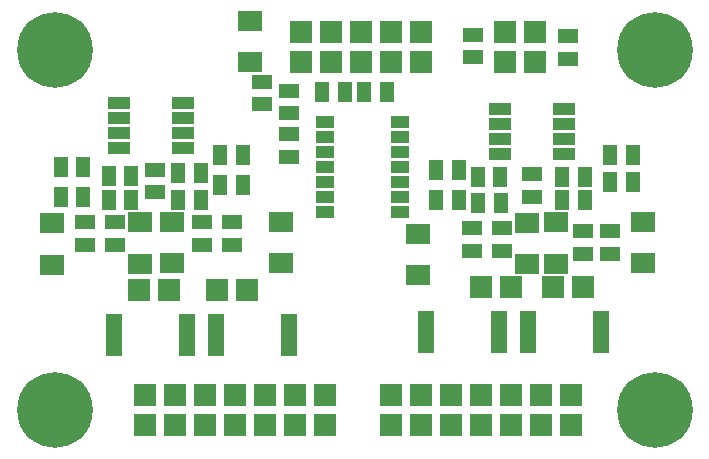
<source format=gbr>
G04 #@! TF.FileFunction,Soldermask,Bot*
%FSLAX46Y46*%
G04 Gerber Fmt 4.6, Leading zero omitted, Abs format (unit mm)*
G04 Created by KiCad (PCBNEW (2016-09-17 revision 679eef1)-makepkg) date 09/29/16 07:26:36*
%MOMM*%
%LPD*%
G01*
G04 APERTURE LIST*
%ADD10C,0.500000*%
%ADD11R,1.289000X1.797000*%
%ADD12R,1.950000X1.000000*%
%ADD13R,1.797000X1.289000*%
%ADD14R,2.099260X1.700480*%
%ADD15R,1.924000X1.924000*%
%ADD16C,6.400000*%
%ADD17R,1.543000X1.000000*%
%ADD18R,1.400000X3.600000*%
G04 APERTURE END LIST*
D10*
D11*
X7493000Y25654000D03*
X5588000Y25654000D03*
X37401500Y25400000D03*
X39306500Y25400000D03*
X39306500Y22860000D03*
X37401500Y22860000D03*
X40919400Y24841200D03*
X42824400Y24841200D03*
D12*
X42766000Y26797000D03*
X42766000Y28067000D03*
X42766000Y29337000D03*
X42766000Y30607000D03*
X48166000Y30607000D03*
X48166000Y29337000D03*
X48166000Y28067000D03*
X48166000Y26797000D03*
D13*
X40538400Y34975800D03*
X40538400Y36880800D03*
D11*
X11582400Y22860000D03*
X9677400Y22860000D03*
D14*
X4876800Y20901660D03*
X4876800Y17401540D03*
D13*
X24892000Y28448000D03*
X24892000Y26543000D03*
X24892000Y30226000D03*
X24892000Y32131000D03*
D11*
X19113500Y26670000D03*
X21018500Y26670000D03*
D13*
X13563600Y25438100D03*
X13563600Y23533100D03*
D11*
X15557500Y22860000D03*
X17462500Y22860000D03*
X52133500Y24384000D03*
X54038500Y24384000D03*
X42862500Y22606000D03*
X40957500Y22606000D03*
X48069500Y24790400D03*
X49974500Y24790400D03*
D14*
X21590000Y34571940D03*
X21590000Y38072060D03*
X12344400Y20980400D03*
X12344400Y17480280D03*
X14986000Y21054060D03*
X14986000Y17553940D03*
X24231600Y21031200D03*
X24231600Y17531080D03*
X45059600Y20929600D03*
X45059600Y17429480D03*
X47498000Y21003260D03*
X47498000Y17503140D03*
X35814000Y20038060D03*
X35814000Y16537940D03*
X54864000Y21054060D03*
X54864000Y17553940D03*
D15*
X14732000Y15240000D03*
X12192000Y15240000D03*
X18796000Y15240000D03*
X21336000Y15240000D03*
X43688000Y15494000D03*
X41148000Y15494000D03*
X47244000Y15494000D03*
X49784000Y15494000D03*
X43180000Y34544000D03*
X43180000Y37084000D03*
X45720000Y34544000D03*
X45720000Y37084000D03*
X25908000Y34544000D03*
X25908000Y37084000D03*
X28448000Y34544000D03*
X28448000Y37084000D03*
X30988000Y34544000D03*
X30988000Y37084000D03*
X33528000Y34544000D03*
X33528000Y37084000D03*
X36068000Y34544000D03*
X36068000Y37084000D03*
D16*
X55880000Y35560000D03*
X5080000Y5080000D03*
X55880000Y5080000D03*
X5080000Y35560000D03*
D13*
X10210800Y21018500D03*
X10210800Y19113500D03*
X7670800Y21018500D03*
X7670800Y19113500D03*
X17526000Y21018500D03*
X17526000Y19113500D03*
X20066000Y21018500D03*
X20066000Y19113500D03*
D11*
X5588000Y23114000D03*
X7493000Y23114000D03*
X21018500Y24130000D03*
X19113500Y24130000D03*
X9677400Y24892000D03*
X11582400Y24892000D03*
X17462500Y25146000D03*
X15557500Y25146000D03*
D13*
X42926000Y20510500D03*
X42926000Y18605500D03*
X40386000Y20510500D03*
X40386000Y18605500D03*
X49784000Y20256500D03*
X49784000Y18351500D03*
X52070000Y20256500D03*
X52070000Y18351500D03*
D11*
X54038500Y26670000D03*
X52133500Y26670000D03*
X49974500Y22860000D03*
X48069500Y22860000D03*
D13*
X48514000Y34861500D03*
X48514000Y36766500D03*
D11*
X29654500Y32004000D03*
X27749500Y32004000D03*
X31305500Y32004000D03*
X33210500Y32004000D03*
D12*
X10508000Y27305000D03*
X10508000Y28575000D03*
X10508000Y29845000D03*
X10508000Y31115000D03*
X15908000Y31115000D03*
X15908000Y29845000D03*
X15908000Y28575000D03*
X15908000Y27305000D03*
D17*
X27940000Y21844000D03*
X27940000Y23114000D03*
X27940000Y24384000D03*
X27940000Y25654000D03*
X27940000Y26924000D03*
X27940000Y28194000D03*
X27940000Y29464000D03*
X34290000Y29464000D03*
X34290000Y28194000D03*
X34290000Y25654000D03*
X34290000Y24384000D03*
X34290000Y23114000D03*
X34290000Y21844000D03*
X34290000Y26924000D03*
D13*
X45466000Y25082500D03*
X45466000Y23177500D03*
D15*
X27940000Y3810000D03*
X27940000Y6350000D03*
X22860000Y3810000D03*
X22860000Y6350000D03*
X25400000Y3810000D03*
X25400000Y6350000D03*
X20320000Y3810000D03*
X20320000Y6350000D03*
X38608000Y3810000D03*
X38608000Y6350000D03*
X36068000Y3810000D03*
X36068000Y6350000D03*
X48768000Y3810000D03*
X48768000Y6350000D03*
X43688000Y3810000D03*
X43688000Y6350000D03*
X46228000Y3810000D03*
X46228000Y6350000D03*
X33528000Y3810000D03*
X33528000Y6350000D03*
X41148000Y3810000D03*
X41148000Y6350000D03*
X12700000Y3810000D03*
X12700000Y6350000D03*
X17780000Y3810000D03*
X17780000Y6350000D03*
X15240000Y3810000D03*
X15240000Y6350000D03*
D18*
X10108000Y11430000D03*
X16308000Y11430000D03*
X24944000Y11430000D03*
X18744000Y11430000D03*
X36524000Y11684000D03*
X42724000Y11684000D03*
X51360000Y11684000D03*
X45160000Y11684000D03*
D13*
X22606000Y30988000D03*
X22606000Y32893000D03*
M02*

</source>
